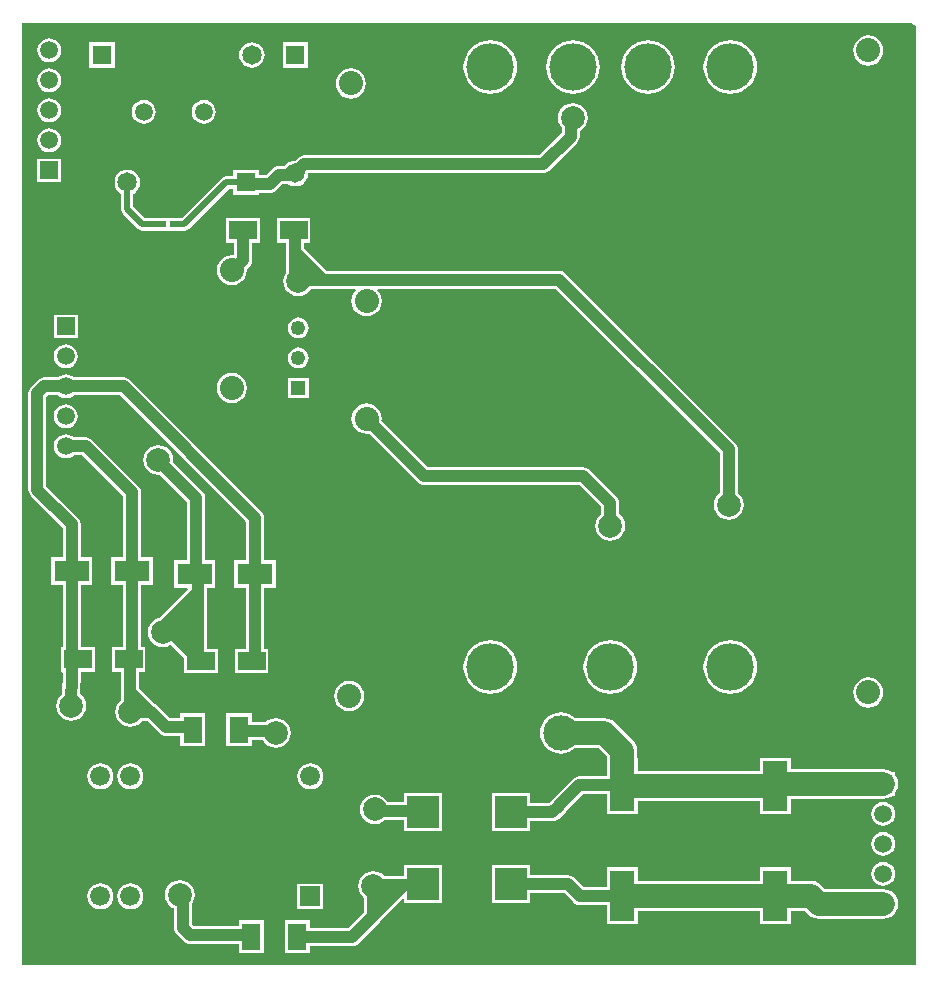
<source format=gbl>
G04*
G04 #@! TF.GenerationSoftware,Altium Limited,Altium Designer,19.0.10 (269)*
G04*
G04 Layer_Physical_Order=2*
G04 Layer_Color=16711680*
%FSLAX25Y25*%
%MOIN*%
G70*
G01*
G75*
%ADD10C,0.03937*%
%ADD11C,0.07874*%
%ADD13C,0.05906*%
%ADD14R,0.05906X0.05906*%
%ADD15C,0.15827*%
%ADD16C,0.06600*%
%ADD17R,0.06600X0.06600*%
%ADD18R,0.04913X0.04913*%
%ADD19C,0.04913*%
%ADD20C,0.08000*%
%ADD21R,0.06496X0.06496*%
%ADD22C,0.06496*%
%ADD23R,0.06496X0.06496*%
%ADD24C,0.07874*%
%ADD25C,0.19685*%
%ADD26C,0.11811*%
%ADD27R,0.10630X0.10630*%
%ADD28R,0.06400X0.09000*%
%ADD29R,0.11811X0.07087*%
%ADD30R,0.09173X0.06142*%
%ADD31R,0.02126X0.02362*%
%ADD32R,0.08268X0.16929*%
%ADD33C,0.02000*%
G36*
X297000Y313500D02*
Y313500D01*
X297354Y313646D01*
X298000Y313000D01*
Y0D01*
X0D01*
Y314000D01*
X296500D01*
X297000Y313500D01*
D02*
G37*
%LPC*%
G36*
X9000Y308987D02*
X7968Y308851D01*
X7007Y308453D01*
X6181Y307819D01*
X5547Y306993D01*
X5149Y306032D01*
X5013Y305000D01*
X5149Y303968D01*
X5547Y303007D01*
X6181Y302181D01*
X7007Y301547D01*
X7968Y301149D01*
X9000Y301013D01*
X10032Y301149D01*
X10993Y301547D01*
X11819Y302181D01*
X12453Y303007D01*
X12851Y303968D01*
X12987Y305000D01*
X12851Y306032D01*
X12453Y306993D01*
X11819Y307819D01*
X10993Y308453D01*
X10032Y308851D01*
X9000Y308987D01*
D02*
G37*
G36*
X282000Y310043D02*
X280695Y309871D01*
X279478Y309367D01*
X278434Y308566D01*
X277632Y307522D01*
X277129Y306305D01*
X276957Y305000D01*
X277129Y303695D01*
X277632Y302478D01*
X278434Y301434D01*
X279478Y300633D01*
X280695Y300129D01*
X282000Y299957D01*
X283305Y300129D01*
X284522Y300633D01*
X285566Y301434D01*
X286368Y302478D01*
X286871Y303695D01*
X287043Y305000D01*
X286871Y306305D01*
X286368Y307522D01*
X285566Y308566D01*
X284522Y309367D01*
X283305Y309871D01*
X282000Y310043D01*
D02*
G37*
G36*
X95248Y307748D02*
X86752D01*
Y299252D01*
X95248D01*
Y307748D01*
D02*
G37*
G36*
X30748D02*
X22252D01*
Y299252D01*
X30748D01*
Y307748D01*
D02*
G37*
G36*
X76500Y307785D02*
X75391Y307639D01*
X74358Y307211D01*
X73470Y306530D01*
X72789Y305642D01*
X72361Y304609D01*
X72215Y303500D01*
X72361Y302391D01*
X72789Y301358D01*
X73470Y300470D01*
X74358Y299789D01*
X75391Y299361D01*
X76500Y299215D01*
X77609Y299361D01*
X78642Y299789D01*
X79530Y300470D01*
X80211Y301358D01*
X80639Y302391D01*
X80785Y303500D01*
X80639Y304609D01*
X80211Y305642D01*
X79530Y306530D01*
X78642Y307211D01*
X77609Y307639D01*
X76500Y307785D01*
D02*
G37*
G36*
X9000Y298987D02*
X7968Y298851D01*
X7007Y298453D01*
X6181Y297819D01*
X5547Y296993D01*
X5149Y296032D01*
X5013Y295000D01*
X5149Y293968D01*
X5547Y293007D01*
X6181Y292181D01*
X7007Y291547D01*
X7968Y291149D01*
X9000Y291013D01*
X10032Y291149D01*
X10993Y291547D01*
X11819Y292181D01*
X12453Y293007D01*
X12851Y293968D01*
X12987Y295000D01*
X12851Y296032D01*
X12453Y296993D01*
X11819Y297819D01*
X10993Y298453D01*
X10032Y298851D01*
X9000Y298987D01*
D02*
G37*
G36*
X236000Y308456D02*
X234253Y308284D01*
X232573Y307775D01*
X231024Y306947D01*
X229667Y305833D01*
X228553Y304476D01*
X227725Y302927D01*
X227216Y301247D01*
X227044Y299500D01*
X227216Y297753D01*
X227725Y296073D01*
X228553Y294524D01*
X229667Y293167D01*
X231024Y292053D01*
X232573Y291225D01*
X234253Y290716D01*
X236000Y290544D01*
X237747Y290716D01*
X239427Y291225D01*
X240976Y292053D01*
X242333Y293167D01*
X243447Y294524D01*
X244275Y296073D01*
X244784Y297753D01*
X244956Y299500D01*
X244784Y301247D01*
X244275Y302927D01*
X243447Y304476D01*
X242333Y305833D01*
X240976Y306947D01*
X239427Y307775D01*
X237747Y308284D01*
X236000Y308456D01*
D02*
G37*
G36*
X208500D02*
X206753Y308284D01*
X205072Y307775D01*
X203524Y306947D01*
X202167Y305833D01*
X201053Y304476D01*
X200225Y302927D01*
X199716Y301247D01*
X199543Y299500D01*
X199716Y297753D01*
X200225Y296073D01*
X201053Y294524D01*
X202167Y293167D01*
X203524Y292053D01*
X205072Y291225D01*
X206753Y290716D01*
X208500Y290544D01*
X210247Y290716D01*
X211928Y291225D01*
X213476Y292053D01*
X214833Y293167D01*
X215947Y294524D01*
X216775Y296073D01*
X217284Y297753D01*
X217457Y299500D01*
X217284Y301247D01*
X216775Y302927D01*
X215947Y304476D01*
X214833Y305833D01*
X213476Y306947D01*
X211928Y307775D01*
X210247Y308284D01*
X208500Y308456D01*
D02*
G37*
G36*
X183500D02*
X181753Y308284D01*
X180072Y307775D01*
X178524Y306947D01*
X177167Y305833D01*
X176053Y304476D01*
X175225Y302927D01*
X174716Y301247D01*
X174543Y299500D01*
X174716Y297753D01*
X175225Y296073D01*
X176053Y294524D01*
X177167Y293167D01*
X178524Y292053D01*
X180072Y291225D01*
X181753Y290716D01*
X183500Y290544D01*
X185247Y290716D01*
X186927Y291225D01*
X188476Y292053D01*
X189833Y293167D01*
X190947Y294524D01*
X191775Y296073D01*
X192284Y297753D01*
X192456Y299500D01*
X192284Y301247D01*
X191775Y302927D01*
X190947Y304476D01*
X189833Y305833D01*
X188476Y306947D01*
X186927Y307775D01*
X185247Y308284D01*
X183500Y308456D01*
D02*
G37*
G36*
X156000D02*
X154253Y308284D01*
X152573Y307775D01*
X151024Y306947D01*
X149667Y305833D01*
X148553Y304476D01*
X147725Y302927D01*
X147216Y301247D01*
X147044Y299500D01*
X147216Y297753D01*
X147725Y296073D01*
X148553Y294524D01*
X149667Y293167D01*
X151024Y292053D01*
X152573Y291225D01*
X154253Y290716D01*
X156000Y290544D01*
X157747Y290716D01*
X159427Y291225D01*
X160976Y292053D01*
X162333Y293167D01*
X163447Y294524D01*
X164275Y296073D01*
X164784Y297753D01*
X164956Y299500D01*
X164784Y301247D01*
X164275Y302927D01*
X163447Y304476D01*
X162333Y305833D01*
X160976Y306947D01*
X159427Y307775D01*
X157747Y308284D01*
X156000Y308456D01*
D02*
G37*
G36*
X109500Y299043D02*
X108195Y298871D01*
X106978Y298368D01*
X105934Y297566D01*
X105132Y296522D01*
X104629Y295305D01*
X104457Y294000D01*
X104629Y292695D01*
X105132Y291478D01*
X105934Y290434D01*
X106978Y289633D01*
X108195Y289129D01*
X109500Y288957D01*
X110805Y289129D01*
X112022Y289633D01*
X113066Y290434D01*
X113867Y291478D01*
X114371Y292695D01*
X114543Y294000D01*
X114371Y295305D01*
X113867Y296522D01*
X113066Y297566D01*
X112022Y298368D01*
X110805Y298871D01*
X109500Y299043D01*
D02*
G37*
G36*
X9000Y288987D02*
X7968Y288851D01*
X7007Y288453D01*
X6181Y287819D01*
X5547Y286993D01*
X5149Y286032D01*
X5013Y285000D01*
X5149Y283968D01*
X5547Y283007D01*
X6181Y282181D01*
X7007Y281547D01*
X7968Y281149D01*
X9000Y281013D01*
X10032Y281149D01*
X10993Y281547D01*
X11819Y282181D01*
X12453Y283007D01*
X12851Y283968D01*
X12987Y285000D01*
X12851Y286032D01*
X12453Y286993D01*
X11819Y287819D01*
X10993Y288453D01*
X10032Y288851D01*
X9000Y288987D01*
D02*
G37*
G36*
X60500Y288487D02*
X59468Y288351D01*
X58507Y287953D01*
X57681Y287319D01*
X57047Y286493D01*
X56649Y285532D01*
X56513Y284500D01*
X56649Y283468D01*
X57047Y282507D01*
X57681Y281681D01*
X58507Y281047D01*
X59468Y280649D01*
X60500Y280513D01*
X61532Y280649D01*
X62493Y281047D01*
X63319Y281681D01*
X63953Y282507D01*
X64351Y283468D01*
X64487Y284500D01*
X64351Y285532D01*
X63953Y286493D01*
X63319Y287319D01*
X62493Y287953D01*
X61532Y288351D01*
X60500Y288487D01*
D02*
G37*
G36*
X40500D02*
X39468Y288351D01*
X38507Y287953D01*
X37681Y287319D01*
X37047Y286493D01*
X36649Y285532D01*
X36513Y284500D01*
X36649Y283468D01*
X37047Y282507D01*
X37681Y281681D01*
X38507Y281047D01*
X39468Y280649D01*
X40500Y280513D01*
X41532Y280649D01*
X42493Y281047D01*
X43319Y281681D01*
X43953Y282507D01*
X44351Y283468D01*
X44487Y284500D01*
X44351Y285532D01*
X43953Y286493D01*
X43319Y287319D01*
X42493Y287953D01*
X41532Y288351D01*
X40500Y288487D01*
D02*
G37*
G36*
X9000Y278987D02*
X7968Y278851D01*
X7007Y278453D01*
X6181Y277819D01*
X5547Y276993D01*
X5149Y276032D01*
X5013Y275000D01*
X5149Y273968D01*
X5547Y273007D01*
X6181Y272181D01*
X7007Y271547D01*
X7968Y271149D01*
X9000Y271013D01*
X10032Y271149D01*
X10993Y271547D01*
X11819Y272181D01*
X12453Y273007D01*
X12851Y273968D01*
X12987Y275000D01*
X12851Y276032D01*
X12453Y276993D01*
X11819Y277819D01*
X10993Y278453D01*
X10032Y278851D01*
X9000Y278987D01*
D02*
G37*
G36*
X183500Y287480D02*
X182211Y287310D01*
X181010Y286812D01*
X179979Y286021D01*
X179188Y284990D01*
X178690Y283789D01*
X178520Y282500D01*
X178690Y281211D01*
X179188Y280010D01*
X179753Y279274D01*
Y277487D01*
X172260Y269994D01*
X94000D01*
X93225Y269892D01*
X92802Y269717D01*
X92503Y269593D01*
X91883Y269117D01*
X91044Y268279D01*
X91000Y268285D01*
X89891Y268139D01*
X88858Y267711D01*
X87970Y267030D01*
X87567Y266505D01*
X85510D01*
X84735Y266402D01*
X84013Y266103D01*
X83393Y265628D01*
X81260Y263494D01*
X78748D01*
Y265248D01*
X70252D01*
Y263039D01*
X68000D01*
X67220Y262884D01*
X66558Y262442D01*
X53155Y249039D01*
X52256D01*
Y249181D01*
X44744D01*
Y249039D01*
X40845D01*
X37039Y252845D01*
Y257247D01*
X37142Y257289D01*
X38030Y257970D01*
X38711Y258858D01*
X39139Y259891D01*
X39285Y261000D01*
X39139Y262109D01*
X38711Y263142D01*
X38030Y264030D01*
X37142Y264711D01*
X36109Y265139D01*
X35000Y265285D01*
X33891Y265139D01*
X32858Y264711D01*
X31970Y264030D01*
X31289Y263142D01*
X30861Y262109D01*
X30715Y261000D01*
X30861Y259891D01*
X31289Y258858D01*
X31970Y257970D01*
X32858Y257289D01*
X32961Y257247D01*
Y252000D01*
X33116Y251220D01*
X33558Y250558D01*
X38558Y245558D01*
X39220Y245116D01*
X40000Y244961D01*
X44744D01*
Y244819D01*
X52256D01*
Y244961D01*
X54000D01*
X54780Y245116D01*
X55442Y245558D01*
X68845Y258961D01*
X70252D01*
Y256752D01*
X78748D01*
Y257506D01*
X82500D01*
X83275Y257608D01*
X83997Y257907D01*
X84617Y258383D01*
X86751Y260516D01*
X88562D01*
X88858Y260289D01*
X89891Y259861D01*
X91000Y259715D01*
X92109Y259861D01*
X93142Y260289D01*
X94030Y260970D01*
X94711Y261858D01*
X95139Y262891D01*
X95285Y264000D01*
X95290Y264006D01*
X173500D01*
X174275Y264108D01*
X174997Y264407D01*
X175617Y264883D01*
X184864Y274130D01*
X185340Y274750D01*
X185639Y275472D01*
X185741Y276247D01*
Y278084D01*
X185990Y278187D01*
X187021Y278979D01*
X187812Y280010D01*
X188310Y281211D01*
X188480Y282500D01*
X188310Y283789D01*
X187812Y284990D01*
X187021Y286021D01*
X185990Y286812D01*
X184789Y287310D01*
X183500Y287480D01*
D02*
G37*
G36*
X12953Y268953D02*
X5047D01*
Y261047D01*
X12953D01*
Y268953D01*
D02*
G37*
G36*
X284202Y260500D02*
X282500D01*
Y260023D01*
X283305Y260129D01*
X284202Y260500D01*
D02*
G37*
G36*
X281500D02*
X279798D01*
X280695Y260129D01*
X281500Y260023D01*
Y260500D01*
D02*
G37*
G36*
X79161Y249071D02*
X67988D01*
Y240929D01*
X70506D01*
Y237031D01*
X70130Y236702D01*
X69776Y236748D01*
X68471Y236577D01*
X67255Y236073D01*
X66210Y235271D01*
X65409Y234227D01*
X64905Y233011D01*
X64733Y231705D01*
X64905Y230400D01*
X65409Y229184D01*
X66210Y228139D01*
X67255Y227338D01*
X68471Y226834D01*
X69776Y226662D01*
X71082Y226834D01*
X72298Y227338D01*
X73342Y228139D01*
X74144Y229184D01*
X74647Y230400D01*
X74819Y231705D01*
X74775Y232041D01*
X75617Y232883D01*
X76093Y233503D01*
X76217Y233802D01*
X76392Y234225D01*
X76494Y235000D01*
Y240929D01*
X79161D01*
Y249071D01*
D02*
G37*
G36*
X18453Y216953D02*
X10547D01*
Y209047D01*
X18453D01*
Y216953D01*
D02*
G37*
G36*
X92000Y215986D02*
X91098Y215868D01*
X90257Y215519D01*
X89535Y214965D01*
X88981Y214243D01*
X88632Y213402D01*
X88513Y212500D01*
X88632Y211598D01*
X88981Y210757D01*
X89535Y210035D01*
X90257Y209481D01*
X91098Y209132D01*
X92000Y209014D01*
X92902Y209132D01*
X93743Y209481D01*
X94465Y210035D01*
X95019Y210757D01*
X95368Y211598D01*
X95486Y212500D01*
X95368Y213402D01*
X95019Y214243D01*
X94465Y214965D01*
X93743Y215519D01*
X92902Y215868D01*
X92000Y215986D01*
D02*
G37*
G36*
Y205986D02*
X91098Y205868D01*
X90257Y205519D01*
X89535Y204965D01*
X88981Y204243D01*
X88632Y203402D01*
X88513Y202500D01*
X88632Y201598D01*
X88981Y200757D01*
X89535Y200035D01*
X90257Y199481D01*
X91098Y199132D01*
X92000Y199013D01*
X92902Y199132D01*
X93743Y199481D01*
X94465Y200035D01*
X95019Y200757D01*
X95368Y201598D01*
X95486Y202500D01*
X95368Y203402D01*
X95019Y204243D01*
X94465Y204965D01*
X93743Y205519D01*
X92902Y205868D01*
X92000Y205986D01*
D02*
G37*
G36*
X14500Y206987D02*
X13468Y206851D01*
X12507Y206453D01*
X11681Y205819D01*
X11047Y204993D01*
X10649Y204032D01*
X10513Y203000D01*
X10649Y201968D01*
X11047Y201007D01*
X11681Y200181D01*
X12507Y199547D01*
X13468Y199149D01*
X14500Y199013D01*
X15532Y199149D01*
X16493Y199547D01*
X17319Y200181D01*
X17953Y201007D01*
X18351Y201968D01*
X18487Y203000D01*
X18351Y204032D01*
X17953Y204993D01*
X17319Y205819D01*
X16493Y206453D01*
X15532Y206851D01*
X14500Y206987D01*
D02*
G37*
G36*
X95457Y195957D02*
X88543D01*
Y189043D01*
X95457D01*
Y195957D01*
D02*
G37*
G36*
X69776Y197543D02*
X68470Y197371D01*
X67254Y196868D01*
X66210Y196066D01*
X65408Y195022D01*
X64904Y193805D01*
X64732Y192500D01*
X64904Y191195D01*
X65408Y189978D01*
X66210Y188934D01*
X67254Y188133D01*
X68470Y187629D01*
X69776Y187457D01*
X71081Y187629D01*
X72297Y188133D01*
X73342Y188934D01*
X74143Y189978D01*
X74647Y191195D01*
X74819Y192500D01*
X74647Y193805D01*
X74143Y195022D01*
X73342Y196066D01*
X72297Y196868D01*
X71081Y197371D01*
X69776Y197543D01*
D02*
G37*
G36*
X14500Y186987D02*
X13468Y186851D01*
X12507Y186453D01*
X11681Y185819D01*
X11047Y184993D01*
X10649Y184032D01*
X10513Y183000D01*
X10649Y181968D01*
X11047Y181007D01*
X11681Y180181D01*
X12507Y179547D01*
X13468Y179149D01*
X14500Y179013D01*
X15532Y179149D01*
X16493Y179547D01*
X17319Y180181D01*
X17953Y181007D01*
X18351Y181968D01*
X18487Y183000D01*
X18351Y184032D01*
X17953Y184993D01*
X17319Y185819D01*
X16493Y186453D01*
X15532Y186851D01*
X14500Y186987D01*
D02*
G37*
G36*
X96012Y249071D02*
X84839D01*
Y240929D01*
X88006D01*
Y230905D01*
X87687Y230490D01*
X87190Y229289D01*
X87020Y228000D01*
X87190Y226711D01*
X87687Y225510D01*
X88479Y224479D01*
X89510Y223688D01*
X90711Y223190D01*
X92000Y223020D01*
X93289Y223190D01*
X94490Y223688D01*
X95521Y224479D01*
X96285Y225474D01*
X110942D01*
X111088Y224974D01*
X110357Y224022D01*
X109853Y222805D01*
X109681Y221500D01*
X109853Y220195D01*
X110357Y218978D01*
X111158Y217934D01*
X112203Y217132D01*
X113419Y216629D01*
X114724Y216457D01*
X116030Y216629D01*
X117246Y217132D01*
X118290Y217934D01*
X119092Y218978D01*
X119596Y220195D01*
X119767Y221500D01*
X119596Y222805D01*
X119092Y224022D01*
X118361Y224974D01*
X118507Y225474D01*
X177791D01*
X232506Y170760D01*
Y157425D01*
X231979Y157021D01*
X231188Y155990D01*
X230690Y154789D01*
X230520Y153500D01*
X230690Y152211D01*
X231188Y151010D01*
X231979Y149979D01*
X233010Y149188D01*
X234211Y148690D01*
X235500Y148520D01*
X236789Y148690D01*
X237990Y149188D01*
X239021Y149979D01*
X239812Y151010D01*
X240310Y152211D01*
X240480Y153500D01*
X240310Y154789D01*
X239812Y155990D01*
X239021Y157021D01*
X238494Y157425D01*
Y172000D01*
X238392Y172775D01*
X238217Y173198D01*
X238093Y173497D01*
X237617Y174117D01*
X181149Y230586D01*
X180528Y231062D01*
X179806Y231361D01*
X179032Y231463D01*
X101479D01*
X93994Y238948D01*
Y240929D01*
X96012D01*
Y249071D01*
D02*
G37*
G36*
X114724Y187338D02*
X113418Y187166D01*
X112202Y186662D01*
X111158Y185861D01*
X110356Y184816D01*
X109853Y183600D01*
X109681Y182295D01*
X109853Y180990D01*
X110356Y179773D01*
X111158Y178729D01*
X112202Y177927D01*
X113418Y177424D01*
X114724Y177252D01*
X115422Y177344D01*
X131883Y160883D01*
X132503Y160407D01*
X133225Y160108D01*
X134000Y160006D01*
X185760D01*
X193006Y152760D01*
Y150426D01*
X192479Y150021D01*
X191688Y148990D01*
X191190Y147789D01*
X191020Y146500D01*
X191190Y145211D01*
X191688Y144010D01*
X192479Y142979D01*
X193510Y142188D01*
X194711Y141690D01*
X196000Y141520D01*
X197289Y141690D01*
X198490Y142188D01*
X199521Y142979D01*
X200312Y144010D01*
X200810Y145211D01*
X200980Y146500D01*
X200810Y147789D01*
X200312Y148990D01*
X199521Y150021D01*
X198994Y150426D01*
Y154000D01*
X198892Y154775D01*
X198717Y155198D01*
X198593Y155497D01*
X198117Y156117D01*
X189117Y165117D01*
X188497Y165593D01*
X187775Y165892D01*
X187000Y165994D01*
X135240D01*
X119671Y181564D01*
X119767Y182295D01*
X119595Y183600D01*
X119091Y184816D01*
X118290Y185861D01*
X117245Y186662D01*
X116029Y187166D01*
X114724Y187338D01*
D02*
G37*
G36*
X14500Y196987D02*
X13468Y196851D01*
X12507Y196453D01*
X11909Y195994D01*
X7306D01*
X6531Y195892D01*
X6108Y195717D01*
X5809Y195593D01*
X5189Y195117D01*
X2883Y192811D01*
X2407Y192191D01*
X2108Y191469D01*
X2006Y190694D01*
Y158500D01*
X2108Y157725D01*
X2407Y157003D01*
X2883Y156383D01*
X13466Y145799D01*
Y136043D01*
X9555D01*
Y126957D01*
X13466D01*
Y106071D01*
X12988D01*
Y97929D01*
X13035D01*
X13334Y97659D01*
X13462Y97429D01*
X13362Y90469D01*
X12779Y90021D01*
X11987Y88990D01*
X11490Y87789D01*
X11320Y86500D01*
X11490Y85211D01*
X11987Y84010D01*
X12779Y82979D01*
X13810Y82187D01*
X15011Y81690D01*
X16300Y81520D01*
X17589Y81690D01*
X18790Y82187D01*
X19821Y82979D01*
X20613Y84010D01*
X21110Y85211D01*
X21280Y86500D01*
X21110Y87789D01*
X20613Y88990D01*
X19821Y90021D01*
X19350Y90383D01*
X19451Y97473D01*
X19455Y97500D01*
Y97721D01*
X19458Y97929D01*
X24161D01*
Y106071D01*
X19455D01*
Y126957D01*
X23366D01*
Y136043D01*
X19455D01*
Y147039D01*
X19353Y147814D01*
X19054Y148537D01*
X18578Y149157D01*
X7994Y159740D01*
Y189453D01*
X8546Y190006D01*
X11909D01*
X12507Y189547D01*
X13468Y189149D01*
X14500Y189013D01*
X15532Y189149D01*
X16493Y189547D01*
X17091Y190006D01*
X32476D01*
X74606Y147876D01*
Y135043D01*
X70634D01*
Y125957D01*
X74545D01*
Y105571D01*
X70839D01*
Y97429D01*
X82012D01*
Y105571D01*
X80533D01*
Y125957D01*
X84445D01*
Y135043D01*
X80594D01*
Y149116D01*
X80492Y149891D01*
X80193Y150613D01*
X79717Y151233D01*
X35833Y195117D01*
X35213Y195593D01*
X34491Y195892D01*
X33716Y195994D01*
X17091D01*
X16493Y196453D01*
X15532Y196851D01*
X14500Y196987D01*
D02*
G37*
G36*
X45300Y173480D02*
X44011Y173310D01*
X42810Y172812D01*
X41779Y172021D01*
X40988Y170990D01*
X40490Y169789D01*
X40320Y168500D01*
X40490Y167211D01*
X40988Y166010D01*
X41779Y164979D01*
X42810Y164188D01*
X44011Y163690D01*
X45300Y163520D01*
X45959Y163607D01*
X55006Y154560D01*
Y135043D01*
X50555D01*
Y125957D01*
X54861D01*
X55053Y125495D01*
X45437Y115879D01*
X44310Y115412D01*
X43279Y114621D01*
X42487Y113590D01*
X41990Y112389D01*
X41820Y111100D01*
X41990Y109811D01*
X42487Y108610D01*
X43279Y107579D01*
X44310Y106788D01*
X45511Y106290D01*
X46800Y106120D01*
X48089Y106290D01*
X49290Y106788D01*
X49505Y106953D01*
X53988Y102470D01*
Y97429D01*
X65161D01*
Y105571D01*
X61512D01*
Y125957D01*
X64366D01*
Y135043D01*
X60994D01*
Y155800D01*
X60892Y156575D01*
X60717Y156998D01*
X60593Y157297D01*
X60117Y157917D01*
X50193Y167841D01*
X50280Y168500D01*
X50110Y169789D01*
X49613Y170990D01*
X48821Y172021D01*
X47790Y172812D01*
X46589Y173310D01*
X45300Y173480D01*
D02*
G37*
G36*
X236000Y108457D02*
X234253Y108284D01*
X232573Y107775D01*
X231024Y106947D01*
X229667Y105833D01*
X228553Y104476D01*
X227725Y102927D01*
X227216Y101247D01*
X227044Y99500D01*
X227216Y97753D01*
X227725Y96073D01*
X228553Y94524D01*
X229667Y93167D01*
X231024Y92053D01*
X232573Y91225D01*
X234253Y90716D01*
X236000Y90544D01*
X237747Y90716D01*
X239427Y91225D01*
X240976Y92053D01*
X242333Y93167D01*
X243447Y94524D01*
X244275Y96073D01*
X244784Y97753D01*
X244956Y99500D01*
X244784Y101247D01*
X244275Y102927D01*
X243447Y104476D01*
X242333Y105833D01*
X240976Y106947D01*
X239427Y107775D01*
X237747Y108284D01*
X236000Y108457D01*
D02*
G37*
G36*
X196000D02*
X194253Y108284D01*
X192572Y107775D01*
X191024Y106947D01*
X189667Y105833D01*
X188553Y104476D01*
X187725Y102927D01*
X187216Y101247D01*
X187043Y99500D01*
X187216Y97753D01*
X187725Y96073D01*
X188553Y94524D01*
X189667Y93167D01*
X191024Y92053D01*
X192572Y91225D01*
X194253Y90716D01*
X196000Y90544D01*
X197747Y90716D01*
X199427Y91225D01*
X200976Y92053D01*
X202333Y93167D01*
X203447Y94524D01*
X204275Y96073D01*
X204784Y97753D01*
X204957Y99500D01*
X204784Y101247D01*
X204275Y102927D01*
X203447Y104476D01*
X202333Y105833D01*
X200976Y106947D01*
X199427Y107775D01*
X197747Y108284D01*
X196000Y108457D01*
D02*
G37*
G36*
X156000D02*
X154253Y108284D01*
X152573Y107775D01*
X151024Y106947D01*
X149667Y105833D01*
X148553Y104476D01*
X147725Y102927D01*
X147216Y101247D01*
X147044Y99500D01*
X147216Y97753D01*
X147725Y96073D01*
X148553Y94524D01*
X149667Y93167D01*
X151024Y92053D01*
X152573Y91225D01*
X154253Y90716D01*
X156000Y90544D01*
X157747Y90716D01*
X159427Y91225D01*
X160976Y92053D01*
X162333Y93167D01*
X163447Y94524D01*
X164275Y96073D01*
X164784Y97753D01*
X164956Y99500D01*
X164784Y101247D01*
X164275Y102927D01*
X163447Y104476D01*
X162333Y105833D01*
X160976Y106947D01*
X159427Y107775D01*
X157747Y108284D01*
X156000Y108457D01*
D02*
G37*
G36*
X282000Y96043D02*
X280695Y95871D01*
X279478Y95367D01*
X278434Y94566D01*
X277632Y93522D01*
X277129Y92305D01*
X276957Y91000D01*
X277129Y89695D01*
X277632Y88478D01*
X278434Y87434D01*
X279478Y86633D01*
X280695Y86129D01*
X282000Y85957D01*
X283305Y86129D01*
X284522Y86633D01*
X285566Y87434D01*
X286368Y88478D01*
X286871Y89695D01*
X287043Y91000D01*
X286871Y92305D01*
X286368Y93522D01*
X285566Y94566D01*
X284522Y95367D01*
X283305Y95871D01*
X282000Y96043D01*
D02*
G37*
G36*
X109000Y94824D02*
X107695Y94652D01*
X106478Y94148D01*
X105434Y93347D01*
X104632Y92302D01*
X104129Y91086D01*
X103957Y89781D01*
X104129Y88475D01*
X104632Y87259D01*
X105434Y86215D01*
X106478Y85413D01*
X107695Y84909D01*
X109000Y84737D01*
X110305Y84909D01*
X111522Y85413D01*
X112566Y86215D01*
X113367Y87259D01*
X113871Y88475D01*
X114043Y89781D01*
X113871Y91086D01*
X113367Y92302D01*
X112566Y93347D01*
X111522Y94148D01*
X110305Y94652D01*
X109000Y94824D01*
D02*
G37*
G36*
X14500Y176987D02*
X13468Y176851D01*
X12507Y176453D01*
X11681Y175819D01*
X11047Y174993D01*
X10649Y174032D01*
X10513Y173000D01*
X10649Y171968D01*
X11047Y171007D01*
X11681Y170181D01*
X12507Y169547D01*
X13468Y169149D01*
X14500Y169013D01*
X15532Y169149D01*
X16493Y169547D01*
X17091Y170006D01*
X19960D01*
X33545Y156420D01*
Y136043D01*
X29634D01*
Y126957D01*
X33545D01*
Y106071D01*
X29839D01*
Y97929D01*
X33006D01*
Y88425D01*
X32479Y88021D01*
X31688Y86990D01*
X31190Y85789D01*
X31020Y84500D01*
X31190Y83211D01*
X31688Y82010D01*
X32479Y80979D01*
X33510Y80187D01*
X34711Y79690D01*
X36000Y79520D01*
X37289Y79690D01*
X38490Y80187D01*
X39521Y80979D01*
X39926Y81506D01*
X41760D01*
X45883Y77383D01*
X46503Y76907D01*
X47225Y76608D01*
X48000Y76506D01*
X52600D01*
Y73000D01*
X61000D01*
Y84000D01*
X52600D01*
Y82494D01*
X49240D01*
X45117Y86617D01*
X44497Y87093D01*
X44244Y87198D01*
X38994Y92448D01*
Y97929D01*
X41012D01*
Y106071D01*
X39533D01*
Y126957D01*
X43445D01*
Y136043D01*
X39533D01*
Y157661D01*
X39432Y158435D01*
X39132Y159158D01*
X38657Y159778D01*
X23317Y175117D01*
X22697Y175593D01*
X21975Y175892D01*
X21200Y175994D01*
X17091D01*
X16493Y176453D01*
X15532Y176851D01*
X14500Y176987D01*
D02*
G37*
G36*
X76400Y84000D02*
X68000D01*
Y73000D01*
X76400D01*
Y75006D01*
X80191D01*
X80979Y73979D01*
X82010Y73188D01*
X83211Y72690D01*
X84500Y72520D01*
X85789Y72690D01*
X86990Y73188D01*
X88021Y73979D01*
X88813Y75010D01*
X89310Y76211D01*
X89480Y77500D01*
X89310Y78789D01*
X88813Y79990D01*
X88021Y81021D01*
X86990Y81813D01*
X85789Y82310D01*
X84500Y82480D01*
X83211Y82310D01*
X82010Y81813D01*
X80979Y81021D01*
X80958Y80994D01*
X76400D01*
Y84000D01*
D02*
G37*
G36*
X96000Y67337D02*
X94877Y67189D01*
X93831Y66756D01*
X92933Y66067D01*
X92244Y65169D01*
X91811Y64122D01*
X91663Y63000D01*
X91811Y61878D01*
X92244Y60831D01*
X92933Y59933D01*
X93831Y59244D01*
X94877Y58811D01*
X96000Y58663D01*
X97123Y58811D01*
X98169Y59244D01*
X99067Y59933D01*
X99756Y60831D01*
X100189Y61878D01*
X100337Y63000D01*
X100189Y64122D01*
X99756Y65169D01*
X99067Y66067D01*
X98169Y66756D01*
X97123Y67189D01*
X96000Y67337D01*
D02*
G37*
G36*
X36000D02*
X34877Y67189D01*
X33832Y66756D01*
X32933Y66067D01*
X32244Y65169D01*
X31811Y64122D01*
X31663Y63000D01*
X31811Y61878D01*
X32244Y60831D01*
X32933Y59933D01*
X33832Y59244D01*
X34877Y58811D01*
X36000Y58663D01*
X37122Y58811D01*
X38168Y59244D01*
X39067Y59933D01*
X39756Y60831D01*
X40189Y61878D01*
X40337Y63000D01*
X40189Y64122D01*
X39756Y65169D01*
X39067Y66067D01*
X38168Y66756D01*
X37122Y67189D01*
X36000Y67337D01*
D02*
G37*
G36*
X26000D02*
X24878Y67189D01*
X23832Y66756D01*
X22933Y66067D01*
X22244Y65169D01*
X21811Y64122D01*
X21663Y63000D01*
X21811Y61878D01*
X22244Y60831D01*
X22933Y59933D01*
X23832Y59244D01*
X24878Y58811D01*
X26000Y58663D01*
X27123Y58811D01*
X28168Y59244D01*
X29067Y59933D01*
X29756Y60831D01*
X30189Y61878D01*
X30337Y63000D01*
X30189Y64122D01*
X29756Y65169D01*
X29067Y66067D01*
X28168Y66756D01*
X27123Y67189D01*
X26000Y67337D01*
D02*
G37*
G36*
X139815Y57315D02*
X127185D01*
Y54494D01*
X121809D01*
X121021Y55521D01*
X119990Y56313D01*
X118789Y56810D01*
X117500Y56980D01*
X116211Y56810D01*
X115010Y56313D01*
X113979Y55521D01*
X113188Y54490D01*
X112690Y53289D01*
X112520Y52000D01*
X112690Y50711D01*
X113188Y49510D01*
X113979Y48479D01*
X115010Y47688D01*
X116211Y47190D01*
X117500Y47020D01*
X118789Y47190D01*
X119990Y47688D01*
X121021Y48479D01*
X121042Y48506D01*
X127185D01*
Y44685D01*
X139815D01*
Y57315D01*
D02*
G37*
G36*
X179500Y84439D02*
X178146Y84306D01*
X176845Y83911D01*
X175645Y83270D01*
X174593Y82407D01*
X173731Y81355D01*
X173089Y80155D01*
X172694Y78854D01*
X172561Y77500D01*
X172694Y76146D01*
X173089Y74845D01*
X173731Y73645D01*
X174593Y72593D01*
X175645Y71731D01*
X176845Y71089D01*
X178146Y70694D01*
X179500Y70561D01*
X180854Y70694D01*
X182155Y71089D01*
X183355Y71731D01*
X184318Y72520D01*
X191937D01*
X194739Y69719D01*
X194866Y69272D01*
X194866Y69272D01*
X194866D01*
X194866Y69271D01*
Y62994D01*
X185500D01*
X184725Y62892D01*
X184003Y62593D01*
X183383Y62117D01*
X176883Y55617D01*
X176407Y54997D01*
X176372Y54913D01*
X175453Y53994D01*
X169315D01*
Y57315D01*
X156685D01*
Y44685D01*
X169315D01*
Y48006D01*
X176694D01*
X177469Y48108D01*
X178191Y48407D01*
X178811Y48883D01*
X181117Y51189D01*
X181593Y51809D01*
X181628Y51894D01*
X186740Y57006D01*
X194866D01*
Y50342D01*
X205134D01*
Y54827D01*
X245866D01*
Y50342D01*
X256134D01*
Y55520D01*
X287000D01*
X288289Y55690D01*
X289490Y56187D01*
X289959Y56547D01*
X290953D01*
Y57541D01*
X291313Y58010D01*
X291810Y59211D01*
X291980Y60500D01*
X291810Y61789D01*
X291313Y62990D01*
X290953Y63459D01*
Y64453D01*
X289959D01*
X289490Y64812D01*
X288289Y65310D01*
X287000Y65480D01*
X256134D01*
Y69272D01*
X245866D01*
Y64787D01*
X205134D01*
Y69272D01*
X204980D01*
Y71500D01*
X204810Y72789D01*
X204312Y73990D01*
X203521Y75021D01*
X197521Y81021D01*
X196490Y81813D01*
X195289Y82310D01*
X194000Y82480D01*
X194000Y82480D01*
X184318D01*
X183355Y83270D01*
X182155Y83911D01*
X180854Y84306D01*
X179500Y84439D01*
D02*
G37*
G36*
X287000Y54487D02*
X285968Y54351D01*
X285007Y53953D01*
X284181Y53319D01*
X283547Y52493D01*
X283149Y51532D01*
X283013Y50500D01*
X283149Y49468D01*
X283547Y48507D01*
X284181Y47681D01*
X285007Y47047D01*
X285968Y46649D01*
X287000Y46513D01*
X288032Y46649D01*
X288993Y47047D01*
X289819Y47681D01*
X290453Y48507D01*
X290851Y49468D01*
X290987Y50500D01*
X290851Y51532D01*
X290453Y52493D01*
X289819Y53319D01*
X288993Y53953D01*
X288032Y54351D01*
X287000Y54487D01*
D02*
G37*
G36*
Y44487D02*
X285968Y44351D01*
X285007Y43953D01*
X284181Y43319D01*
X283547Y42493D01*
X283149Y41532D01*
X283013Y40500D01*
X283149Y39468D01*
X283547Y38507D01*
X284181Y37681D01*
X285007Y37047D01*
X285968Y36649D01*
X287000Y36513D01*
X288032Y36649D01*
X288993Y37047D01*
X289819Y37681D01*
X290453Y38507D01*
X290851Y39468D01*
X290987Y40500D01*
X290851Y41532D01*
X290453Y42493D01*
X289819Y43319D01*
X288993Y43953D01*
X288032Y44351D01*
X287000Y44487D01*
D02*
G37*
G36*
X139815Y33315D02*
X127185D01*
Y29744D01*
X120734D01*
X120521Y30021D01*
X119490Y30812D01*
X118289Y31310D01*
X117000Y31480D01*
X115711Y31310D01*
X114510Y30812D01*
X113479Y30021D01*
X112688Y28990D01*
X112190Y27789D01*
X112020Y26500D01*
X112190Y25211D01*
X112688Y24010D01*
X113479Y22979D01*
X114006Y22575D01*
Y17740D01*
X108760Y12494D01*
X95900D01*
Y15000D01*
X87500D01*
Y4000D01*
X95900D01*
Y6506D01*
X110000D01*
X110775Y6608D01*
X111497Y6907D01*
X112117Y7383D01*
X119117Y14383D01*
X119593Y15003D01*
X119698Y15256D01*
X126723Y22281D01*
X127185Y22090D01*
Y20685D01*
X139815D01*
Y33315D01*
D02*
G37*
G36*
X287000Y34487D02*
X285968Y34351D01*
X285007Y33953D01*
X284181Y33319D01*
X283547Y32493D01*
X283149Y31532D01*
X283013Y30500D01*
X283149Y29468D01*
X283547Y28507D01*
X284181Y27681D01*
X285007Y27047D01*
X285968Y26649D01*
X287000Y26513D01*
X288032Y26649D01*
X288993Y27047D01*
X289819Y27681D01*
X290453Y28507D01*
X290851Y29468D01*
X290987Y30500D01*
X290851Y31532D01*
X290453Y32493D01*
X289819Y33319D01*
X288993Y33953D01*
X288032Y34351D01*
X287000Y34487D01*
D02*
G37*
G36*
X100300Y27300D02*
X91700D01*
Y18700D01*
X100300D01*
Y27300D01*
D02*
G37*
G36*
X36000Y27337D02*
X34877Y27189D01*
X33832Y26756D01*
X32933Y26067D01*
X32244Y25168D01*
X31811Y24123D01*
X31663Y23000D01*
X31811Y21878D01*
X32244Y20831D01*
X32933Y19933D01*
X33832Y19244D01*
X34877Y18811D01*
X36000Y18663D01*
X37122Y18811D01*
X38168Y19244D01*
X39067Y19933D01*
X39756Y20831D01*
X40189Y21878D01*
X40337Y23000D01*
X40189Y24123D01*
X39756Y25168D01*
X39067Y26067D01*
X38168Y26756D01*
X37122Y27189D01*
X36000Y27337D01*
D02*
G37*
G36*
X26000D02*
X24878Y27189D01*
X23832Y26756D01*
X22933Y26067D01*
X22244Y25168D01*
X21811Y24123D01*
X21663Y23000D01*
X21811Y21878D01*
X22244Y20831D01*
X22933Y19933D01*
X23832Y19244D01*
X24878Y18811D01*
X26000Y18663D01*
X27123Y18811D01*
X28168Y19244D01*
X29067Y19933D01*
X29756Y20831D01*
X30189Y21878D01*
X30337Y23000D01*
X30189Y24123D01*
X29756Y25168D01*
X29067Y26067D01*
X28168Y26756D01*
X27123Y27189D01*
X26000Y27337D01*
D02*
G37*
G36*
X169315Y33315D02*
X156685D01*
Y20685D01*
X169315D01*
Y24006D01*
X180760D01*
X183690Y21076D01*
X184310Y20600D01*
X184609Y20476D01*
X185032Y20301D01*
X185807Y20199D01*
X194866D01*
Y13728D01*
X205134D01*
Y18213D01*
X245866D01*
Y13728D01*
X256134D01*
Y18213D01*
X260744D01*
X261979Y16979D01*
X261979Y16979D01*
X263010Y16187D01*
X264211Y15690D01*
X265500Y15520D01*
X265500Y15520D01*
X287000D01*
X288289Y15690D01*
X289490Y16187D01*
X290521Y16979D01*
X291313Y18010D01*
X291810Y19211D01*
X291980Y20500D01*
X291810Y21789D01*
X291313Y22990D01*
X290521Y24021D01*
X289490Y24813D01*
X288289Y25310D01*
X287000Y25480D01*
X267563D01*
X266328Y26714D01*
X265297Y27505D01*
X264096Y28003D01*
X262807Y28173D01*
X262807Y28173D01*
X256134D01*
Y32658D01*
X245866D01*
Y28173D01*
X205134D01*
Y32658D01*
X194866D01*
Y26187D01*
X187047D01*
X184117Y29117D01*
X183497Y29593D01*
X182775Y29892D01*
X182000Y29994D01*
X169315D01*
Y33315D01*
D02*
G37*
G36*
X52500Y28480D02*
X51211Y28310D01*
X50010Y27812D01*
X48979Y27021D01*
X48188Y25990D01*
X47690Y24789D01*
X47520Y23500D01*
X47690Y22211D01*
X48188Y21010D01*
X48979Y19979D01*
X50010Y19187D01*
X50506Y18982D01*
Y12500D01*
X50608Y11725D01*
X50907Y11003D01*
X51383Y10383D01*
X53883Y7883D01*
X54503Y7407D01*
X55225Y7108D01*
X56000Y7006D01*
X72100D01*
Y4000D01*
X80500D01*
Y15000D01*
X72100D01*
Y12994D01*
X57240D01*
X56494Y13740D01*
Y20595D01*
X56813Y21010D01*
X57310Y22211D01*
X57480Y23500D01*
X57310Y24789D01*
X56813Y25990D01*
X56021Y27021D01*
X54990Y27812D01*
X53789Y28310D01*
X52500Y28480D01*
D02*
G37*
%LPD*%
G36*
X104500Y227000D02*
X91500D01*
X91925Y239500D01*
X92000D01*
X104500Y227000D01*
D02*
G37*
G36*
X58500Y99400D02*
X44450Y113450D01*
X58500Y127500D01*
X58500Y99400D01*
D02*
G37*
G36*
X45500Y84500D02*
X36000D01*
Y94000D01*
X45500Y84500D01*
D02*
G37*
G36*
X117250Y14250D02*
Y26750D01*
X130062Y27062D01*
X117250Y14250D01*
D02*
G37*
D10*
X282000Y131000D02*
Y265000D01*
X109000Y129781D02*
X109610Y130390D01*
X281390D01*
X282000Y131000D01*
X114715Y182285D02*
X134000Y163000D01*
X196000Y146500D02*
Y154000D01*
X187000Y163000D02*
X196000Y154000D01*
X134000Y163000D02*
X187000D01*
X110000Y254500D02*
X119000D01*
X109500Y254000D02*
X110000Y254500D01*
X119000D02*
X131500Y242000D01*
X224000D01*
X247000Y265000D01*
X282000D01*
X91000Y229000D02*
Y244075D01*
Y229000D02*
X92000Y228000D01*
X82500Y260500D02*
X85510Y263510D01*
X90510D01*
X91000Y264000D01*
X75000Y260500D02*
X82500D01*
X74500Y261000D02*
X75000Y260500D01*
X173500Y267000D02*
X182747Y276247D01*
X94000Y267000D02*
X173500D01*
X91000Y264000D02*
X94000Y267000D01*
X182747Y276247D02*
Y281747D01*
X183500Y282500D01*
X73500Y235000D02*
Y241425D01*
X70205Y231705D02*
X73500Y235000D01*
X92469Y228468D02*
X179032D01*
X235500Y172000D01*
X92000Y228000D02*
X92469Y228468D01*
X36539Y102000D02*
Y131500D01*
X235500Y153500D02*
Y172000D01*
X59000Y101500D02*
X60000Y102500D01*
X58518Y101982D02*
X59000Y101500D01*
X58518Y101982D02*
Y129443D01*
X57461Y130500D02*
X58518Y129443D01*
X77600Y130500D02*
Y149116D01*
X16461Y97742D02*
Y131500D01*
Y97500D02*
Y97742D01*
X16500Y100500D01*
X16457Y97500D02*
X16461Y97742D01*
X91700Y9500D02*
X110000D01*
X56000Y10000D02*
X75800D01*
X76300Y9500D01*
X53500Y12500D02*
X56000Y10000D01*
X53500Y12500D02*
Y21435D01*
X52500Y22435D02*
X53500Y21435D01*
X52500Y22435D02*
Y23500D01*
X69776Y231705D02*
X70205D01*
X35425Y102000D02*
X36000Y101425D01*
Y84500D02*
Y101425D01*
X21200Y173000D02*
X36539Y157661D01*
Y131500D02*
Y157661D01*
X57461Y130500D02*
X58000Y131039D01*
X45300Y168500D02*
X58000Y155800D01*
Y131039D02*
Y155800D01*
X46800Y111100D02*
X47600D01*
X185500Y60000D02*
X199807D01*
X200000Y59807D01*
X179000Y53500D02*
X185500Y60000D01*
X179000Y53306D02*
Y53500D01*
X176694Y51000D02*
X179000Y53306D01*
X163000Y51000D02*
X176694D01*
X185807Y23193D02*
X200000D01*
X182000Y27000D02*
X185807Y23193D01*
X163000Y27000D02*
X182000D01*
X251000Y59807D02*
X251693Y60500D01*
X117500Y52000D02*
X118000Y51500D01*
X133000D01*
X133500Y51000D01*
X110000Y9500D02*
X117000Y16500D01*
Y26500D01*
X117250Y26750D01*
X133250D01*
X133500Y27000D01*
X84000Y78000D02*
X84500Y77500D01*
X72700Y78000D02*
X84000D01*
X72200Y78500D02*
X72700Y78000D01*
X36000Y84500D02*
X43000D01*
X48000Y79500D01*
X55800D01*
X56800Y78500D01*
X16300Y86500D02*
X16457Y97500D01*
X16461Y131500D02*
Y147039D01*
X5000Y158500D02*
X16461Y147039D01*
X5000Y158500D02*
Y190694D01*
X7306Y193000D01*
X14500D01*
X77539Y130500D02*
X77600D01*
X33716Y193000D02*
X77600Y149116D01*
X14500Y193000D02*
X33716D01*
X14500Y173000D02*
X21200D01*
X77539Y103386D02*
Y130500D01*
D11*
X179500Y77500D02*
X194000D01*
X200000Y71500D01*
Y59807D02*
Y71500D01*
Y23193D02*
X251000D01*
X262807D01*
X265500Y20500D02*
X287000D01*
X262807Y23193D02*
X265500Y20500D01*
X251693Y60500D02*
X287000D01*
X200000Y59807D02*
X251000D01*
D13*
X14500Y173000D02*
D03*
Y183000D02*
D03*
Y193000D02*
D03*
Y203000D02*
D03*
X287000Y20500D02*
D03*
Y30500D02*
D03*
Y40500D02*
D03*
Y50500D02*
D03*
X9000Y305000D02*
D03*
Y295000D02*
D03*
Y285000D02*
D03*
Y275000D02*
D03*
X60500Y284500D02*
D03*
X40500D02*
D03*
D14*
X14500Y213000D02*
D03*
X287000Y60500D02*
D03*
X9000Y265000D02*
D03*
D15*
X156000Y299500D02*
D03*
X183500D02*
D03*
X208500D02*
D03*
X236000D02*
D03*
X156000Y99500D02*
D03*
X196000D02*
D03*
X236000D02*
D03*
D16*
X96000Y63000D02*
D03*
X36000D02*
D03*
X26000D02*
D03*
Y23000D02*
D03*
X36000D02*
D03*
D17*
X96000D02*
D03*
D18*
X92000Y192500D02*
D03*
D19*
Y202500D02*
D03*
Y212500D02*
D03*
D20*
X114724Y221500D02*
D03*
X114724Y182295D02*
D03*
X69776Y192500D02*
D03*
X69776Y231705D02*
D03*
X109500Y254000D02*
D03*
Y294000D02*
D03*
X109000Y89781D02*
D03*
Y129781D02*
D03*
X282000Y131000D02*
D03*
Y91000D02*
D03*
Y265000D02*
D03*
Y305000D02*
D03*
D21*
X91000Y303500D02*
D03*
D22*
Y264000D02*
D03*
X35000Y261000D02*
D03*
X76500Y303500D02*
D03*
D23*
X74500Y261000D02*
D03*
X26500Y303500D02*
D03*
D24*
X196000Y146500D02*
D03*
X92000Y228000D02*
D03*
X52500Y23500D02*
D03*
X235500Y153500D02*
D03*
X117000Y26500D02*
D03*
X84500Y77500D02*
D03*
X117500Y52000D02*
D03*
X16300Y86500D02*
D03*
X36000Y84500D02*
D03*
X183500Y282500D02*
D03*
X46800Y111100D02*
D03*
X45300Y168500D02*
D03*
D25*
X283000Y200000D02*
D03*
D26*
X179500Y77500D02*
D03*
D27*
X163000Y51000D02*
D03*
Y27000D02*
D03*
X133500D02*
D03*
Y51000D02*
D03*
D28*
X91700Y9500D02*
D03*
X76300D02*
D03*
X72200Y78500D02*
D03*
X56800D02*
D03*
D29*
X77539Y130500D02*
D03*
X57461D02*
D03*
X36539Y131500D02*
D03*
X16461D02*
D03*
D30*
X18575Y102000D02*
D03*
X35425D02*
D03*
X59575Y101500D02*
D03*
X76425D02*
D03*
X73575Y245000D02*
D03*
X90425D02*
D03*
D31*
X50193Y247000D02*
D03*
X46807D02*
D03*
D32*
X251000Y23193D02*
D03*
Y59807D02*
D03*
X200000Y23193D02*
D03*
Y59807D02*
D03*
D33*
X54000Y247000D02*
X68000Y261000D01*
X74500D01*
X50193Y247000D02*
X54000D01*
X35000Y252000D02*
Y261000D01*
Y252000D02*
X40000Y247000D01*
X46807D01*
M02*

</source>
